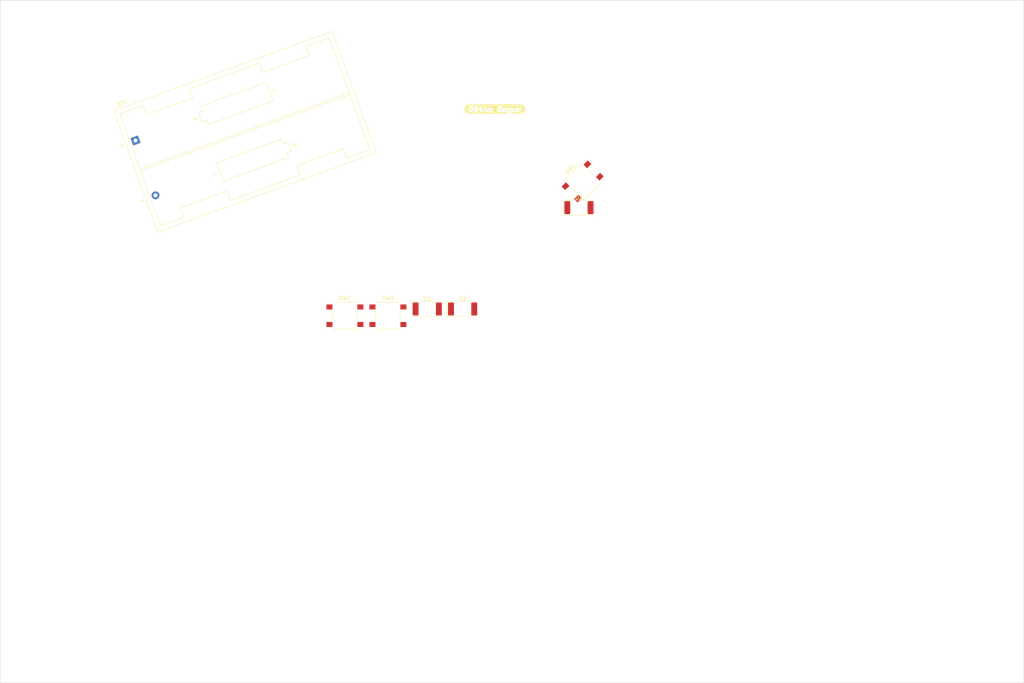
<source format=kicad_pcb>
(kicad_pcb (version 20211014) (generator pcbnew)
  (layers (0 "F.Cu" signal) (31 "B.Cu" signal) (34 "B.Paste" user) (35 "F.Paste" user) (36 "B.SilkS" user "B.Silkscreen") (37 "F.SilkS" user "F.Silkscreen") (38 "B.Mask" user) (39 "F.Mask" user) (44 "Edge.Cuts" user))
  (net 0 "")
  (net 1 "Net-(BT1-Pad1)")
  (net 2 "GNDPWR")
  (net 3 "Net-(D1-Pad2)")
  (net 4 "Net-(D2-Pad2)")
  (net 5 "Net-(D3-Pad2)")
  (footprint "Button_Switch_SMD:SW_SPST_B3S-1000" (layer "F.Cu") (at 103.76 95)
    (fp_text reference "SW2" (at 0 -4.5) (layer "F.SilkS"))
    (fp_text value "switch2")
    (fp_line (start 3.15 3.2) (end 3.15 3.45) (layer "F.SilkS") (width 0.12))
    (fp_line (start 3.15 -1.3) (end 3.15 1.3) (layer "F.SilkS") (width 0.12))
    (fp_line (start -3.15 -3.45) (end 3.15 -3.45) (layer "F.SilkS") (width 0.12))
    (fp_line (start -3.15 -3.2) (end -3.15 -3.45) (layer "F.SilkS") (width 0.12))
    (fp_line (start 3.15 3.45) (end -3.15 3.45) (layer "F.SilkS") (width 0.12))
    (fp_line (start -3.15 1.3) (end -3.15 -1.3) (layer "F.SilkS") (width 0.12))
    (fp_line (start 3.15 -3.45) (end 3.15 -3.2) (layer "F.SilkS") (width 0.12))
    (fp_line (start -3.15 3.45) (end -3.15 3.2) (layer "F.SilkS") (width 0.12))
    (pad "1" smd rect (at 3.975 -2.25) (size 1.55 1.3) (layers "F.Cu" "F.Paste" "F.Mask") (net 1 "Net-(BT1-Pad1)"))
    (pad "1" smd rect (at -3.975 -2.25) (size 1.55 1.3) (layers "F.Cu" "F.Paste" "F.Mask") (net 1 "Net-(BT1-Pad1)"))
    (pad "2" smd rect (at 3.975 2.25) (size 1.55 1.3) (layers "F.Cu" "F.Paste" "F.Mask") (net 4 "Net-(D2-Pad2)"))
    (pad "2" smd rect (at -3.975 2.25) (size 1.55 1.3) (layers "F.Cu" "F.Paste" "F.Mask") (net 4 "Net-(D2-Pad2)"))
  )
  (footprint "Button_Switch_SMD:SW_SPST_B3S-1000" (layer "F.Cu") (at 114.81 95)
    (fp_text reference "SW3" (at 0 -4.5) (layer "F.SilkS"))
    (fp_text value "switch3")
    (fp_line (start -3.15 -3.2) (end -3.15 -3.45) (layer "F.SilkS") (width 0.12))
    (fp_line (start 3.15 -3.45) (end 3.15 -3.2) (layer "F.SilkS") (width 0.12))
    (fp_line (start 3.15 -1.3) (end 3.15 1.3) (layer "F.SilkS") (width 0.12))
    (fp_line (start 3.15 3.2) (end 3.15 3.45) (layer "F.SilkS") (width 0.12))
    (fp_line (start -3.15 3.45) (end -3.15 3.2) (layer "F.SilkS") (width 0.12))
    (fp_line (start 3.15 3.45) (end -3.15 3.45) (layer "F.SilkS") (width 0.12))
    (fp_line (start -3.15 -3.45) (end 3.15 -3.45) (layer "F.SilkS") (width 0.12))
    (fp_line (start -3.15 1.3) (end -3.15 -1.3) (layer "F.SilkS") (width 0.12))
    (pad "1" smd rect (at 3.975 -2.25) (size 1.55 1.3) (layers "F.Cu" "F.Paste" "F.Mask") (net 1 "Net-(BT1-Pad1)"))
    (pad "1" smd rect (at -3.975 -2.25) (size 1.55 1.3) (layers "F.Cu" "F.Paste" "F.Mask") (net 1 "Net-(BT1-Pad1)"))
    (pad "2" smd rect (at 3.975 2.25) (size 1.55 1.3) (layers "F.Cu" "F.Paste" "F.Mask") (net 5 "Net-(D3-Pad2)"))
    (pad "2" smd rect (at -3.975 2.25) (size 1.55 1.3) (layers "F.Cu" "F.Paste" "F.Mask") (net 5 "Net-(D3-Pad2)"))
  )
  (footprint "LED_SMD:LED_2512_6332Metric_Pad1.52x3.35mm_HandSolder" (layer "F.Cu") (at 133.995 93.27)
    (fp_text reference "D1" (at 0 -2.62) (layer "F.SilkS"))
    (fp_text value "white led")
    (fp_line (start -4.01 -1.935) (end -4.01 1.935) (layer "F.SilkS") (width 0.12))
    (fp_line (start -4.01 1.935) (end 3.15 1.935) (layer "F.SilkS") (width 0.12))
    (fp_line (start 3.15 -1.935) (end -4.01 -1.935) (layer "F.SilkS") (width 0.12))
    (pad "1" smd roundrect (at -2.9875 0) (size 1.525 3.35) (layers "F.Cu" "F.Paste" "F.Mask") (roundrect_rratio 0.163934) (net 2 "GNDPWR"))
    (pad "2" smd roundrect (at 2.9875 0) (size 1.525 3.35) (layers "F.Cu" "F.Paste" "F.Mask") (roundrect_rratio 0.163934) (net 3 "Net-(D1-Pad2)"))
  )
  (footprint "Button_Switch_SMD:SW_SPST_B3S-1000" (layer "F.Cu") (at 164.82 60.52 45)
    (fp_text reference "SW1" (at 0 -4.5 45) (layer "F.SilkS"))
    (fp_text value "switch1")
    (fp_line (start -3.15 3.45) (end -3.15 3.2) (layer "F.SilkS") (width 0.12))
    (fp_line (start 3.15 -3.45) (end 3.15 -3.2) (layer "F.SilkS") (width 0.12))
    (fp_line (start -3.15 1.3) (end -3.15 -1.3) (layer "F.SilkS") (width 0.12))
    (fp_line (start -3.15 -3.2) (end -3.15 -3.45) (layer "F.SilkS") (width 0.12))
    (fp_line (start 3.15 3.2) (end 3.15 3.45) (layer "F.SilkS") (width 0.12))
    (fp_line (start 3.15 -1.3) (end 3.15 1.3) (layer "F.SilkS") (width 0.12))
    (fp_line (start -3.15 -3.45) (end 3.15 -3.45) (layer "F.SilkS") (width 0.12))
    (fp_line (start 3.15 3.45) (end -3.15 3.45) (layer "F.SilkS") (width 0.12))
    (pad "1" smd rect (at 3.975 -2.25 45) (size 1.55 1.3) (layers "F.Cu" "F.Paste" "F.Mask") (net 1 "Net-(BT1-Pad1)"))
    (pad "1" smd rect (at -3.975 -2.25 45) (size 1.55 1.3) (layers "F.Cu" "F.Paste" "F.Mask") (net 1 "Net-(BT1-Pad1)"))
    (pad "2" smd rect (at 3.975 2.25 45) (size 1.55 1.3) (layers "F.Cu" "F.Paste" "F.Mask") (net 3 "Net-(D1-Pad2)"))
    (pad "2" smd rect (at -3.975 2.25 45) (size 1.55 1.3) (layers "F.Cu" "F.Paste" "F.Mask") (net 3 "Net-(D1-Pad2)"))
  )
  (footprint "Graphics" (layer "F.Cu") (at 142.24 41.91)
    (fp_text reference "" (at 0 0) (layer "F.SilkS") (effects (font (size 1.27 1.27))))
    (fp_text value "" (at 0 0) (layer "F.SilkS") (effects (font (size 1.27 1.27))))
    (fp_poly (pts (xy 0.87614 -1.20498) (xy 1.28776 -1.20496) (xy 1.68064 -1.20492) (xy 2.0552 -1.20487) (xy 2.41185 -1.20481) (xy 2.75102 -1.20473) (xy 3.07313 -1.20464) (xy 3.37859 -1.20453) (xy 3.66782 -1.20441) (xy 3.94125 -1.20427) (xy 4.19929 -1.20411) (xy 4.44237 -1.20393) (xy 4.67089 -1.20373) (xy 4.88529 -1.20351) (xy 5.08598 -1.20327) (xy 5.27338 -1.203) (xy 5.44791 -1.20272) (xy 5.60998 -1.20241) (xy 5.76003 -1.20207) (xy 5.89846 -1.20171) (xy 6.0257 -1.20132) (xy 6.14217 -1.2009) (xy 6.24828 -1.20046) (xy 6.34446 -1.19998) (xy 6.43112 -1.19948) (xy 6.50869 -1.19894) (xy 6.57758 -1.19837) (xy 6.63822 -1.19777) (xy 6.69101 -1.19714) (xy 6.73639 -1.19647) (xy 6.77477 -1.19577) (xy 6.80657 -1.19503) (xy 6.8322 -1.19425) (xy 6.8521 -1.19344) (xy 6.86668 -1.19259) (xy 6.87635 -1.19169) (xy 6.88 -1.19113) (xy 7.02929 -1.15189) (xy 7.17088 -1.09544) (xy 7.30338 -1.02301) (xy 7.42537 -0.93583) (xy 7.53542 -0.8351) (xy 7.63214 -0.72206) (xy 7.7141 -0.59793) (xy 7.77989 -0.46392) (xy 7.80763 -0.3896) (xy 7.83486 -0.2993) (xy 7.85328 -0.21503) (xy 7.8641 -0.12914) (xy 7.86852 -0.03396) (xy 7.86877 0) (xy 7.85945 0.1581) (xy 7.83156 0.30881) (xy 7.78519 0.45191) (xy 7.72043 0.58717) (xy 7.63738 0.71438) (xy 7.53613 0.83332) (xy 7.49409 0.87518) (xy 7.38688 0.96684) (xy 7.27229 1.04361) (xy 7.14754 1.10698) (xy 7.00983 1.15843) (xy 6.90824 1.18714) (xy 6.90303 1.18826) (xy 6.89619 1.18933) (xy 6.88728 1.19035) (xy 6.87586 1.19132) (xy 6.86146 1.19225) (xy 6.84367 1.19314) (xy 6.82202 1.19398) (xy 6.79607 1.19478) (xy 6.76539 1.19554) (xy 6.72952 1.19626) (xy 6.68801 1.19694) (xy 6.64044 1.19758) (xy 6.58634 1.19819) (xy 6.52528 1.19877) (xy 6.45682 1.19931) (xy 6.38049 1.19982) (xy 6.29588 1.2003) (xy 6.20251 1.20074) (xy 6.09997 1.20117) (xy 5.98778 1.20156) (xy 5.86553 1.20193) (xy 5.73275 1.20227) (xy 5.58901 1.20259) (xy 5.43385 1.20289) (xy 5.26684 1.20316) (xy 5.08753 1.20342) (xy 4.89548 1.20365) (xy 4.69024 1.20387) (xy 4.47136 1.20408) (xy 4.23841 1.20427) (xy 3.99093 1.20444) (xy 3.72849 1.2046) (xy 3.45063 1.20475) (xy 3.15692 1.20489) (xy 2.8469 1.20502) (xy 2.52014 1.20514) (xy 2.17619 1.20526) (xy 1.8146 1.20537) (xy 1.43494 1.20548) (xy 1.03674 1.20558) (xy 0.61958 1.20568) (xy 0.18301 1.20578) (xy 0.04 1.20582) (xy -0.32819 1.20589) (xy -0.6915 1.20596) (xy -1.04939 1.20601) (xy -1.40137 1.20606) (xy -1.7469 1.20609) (xy -2.08548 1.20611) (xy -2.4166 1.20612) (xy -2.73972 1.20612) (xy -3.05435 1.20611) (xy -3.35995 1.20609) (xy -3.65602 1.20606) (xy -3.94205 1.20602) (xy -4.2175 1.20597) (xy -4.48188 1.20591) (xy -4.73466 1.20584) (xy -4.97532 1.20577) (xy -5.20336 1.20568) (xy -5.41825 1.20558) (xy -5.61948 1.20548) (xy -5.80653 1.20536) (xy -5.97889 1.20524) (xy -6.13603 1.20511) (xy -6.27746 1.20497) (xy -6.40264 1.20482) (xy -6.51107 1.20467) (xy -6.60222 1.20451) (xy -6.67559 1.20434) (xy -6.73065 1.20416) (xy -6.76689 1.20398) (xy -6.78379 1.20379) (xy -6.785 1.20373) (xy -6.8968 1.18481) (xy -6.99435 1.16185) (xy -7.08328 1.13314) (xy -7.1692 1.09698) (xy -7.21757 1.07313) (xy -7.35002 0.99371) (xy -7.46988 0.89925) (xy -7.57626 0.79093) (xy -7.66826 0.66993) (xy -7.745 0.53742) (xy -7.80558 0.3946) (xy -7.84271 0.265) (xy -6.66176 0.265) (xy -6.66037 0.34479) (xy -6.64636 0.42975) (xy -6.62138 0.51106) (xy -6.61092 0.53581) (xy -6.56753 0.60726) (xy -6.50822 0.66951) (xy -6.43573 0.72049) (xy -6.35282 0.75811) (xy -6.295 0.77433) (xy -6.23358 0.78497) (xy -6.175 0.78862) (xy -6.11122 0.78545) (xy -6.05884 0.77921) (xy -5.95752 0.75685) (xy -5.86407 0.71981) (xy -5.78151 0.66965) (xy -5.71285 0.60791) (xy -5.70193 0.59537) (xy -5.66557 0.54525) (xy -5.62829 0.48242) (xy -5.59373 0.41365) (xy -5.56552 0.34571) (xy -5.56061 0.33179) (xy -5.5571 0.32012) (xy -5.46628 0.32012) (xy -5.45613 0.4207) (xy -5.42952 0.51572) (xy -5.40935 0.56124) (xy -5.36896 0.62118) (xy -5.31297 0.67594) (xy -5.24564 0.72256) (xy -5.17126 0.75805) (xy -5.095 0.77932) (xy -5.03712 0.78509) (xy -4.96804 0.78526) (xy -4.89561 0.7803) (xy -4.82767 0.77074) (xy -4.77863 0.75915) (xy -4.67701 0.71797) (xy -4.58477 0.65964) (xy -4.5027 0.58506) (xy -4.43156 0.49512) (xy -4.37214 0.39074) (xy -4.32522 0.27281) (xy -4.30824 0.215) (xy -4.29831 0.17528) (xy -4.29116 0.14007) (xy -4.28634 0.10457) (xy -4.28335 0.064) (xy -4.28173 0.01355) (xy -4.281 -0.05156) (xy -4.28096 -0.06) (xy -4.28097 -0.06139) (xy -4.17917 -0.06139) (xy -4.17467 -0.04666) (xy -4.16308 -0.02483) (xy -4.14301 0.0073) (xy -4.1145 0.05075) (xy -4.08585 0.09279) (xy -4.05953 0.12902) (xy -4.03822 0.15596) (xy -4.02456 0.17009) (xy -4.02325 0.17094) (xy -4.0122 0.17513) (xy -3.99965 0.17465) (xy -3.98258 0.16803) (xy -3.95796 0.1538) (xy -3.9228 0.13049) (xy -3.88201 0.10221) (xy -3.84794 0.07929) (xy -3.82018 0.06234) (xy -3.80256 0.05359) (xy -3.7985 0.05317) (xy -3.79913 0.06407) (xy -3.80394 0.09155) (xy -3.81234 0.13278) (xy -3.82375 0.18493) (xy -3.83757 0.24515) (xy -3.84507 0.27685) (xy -3.86484 0.36213) (xy -3.87919 0.43102) (xy -3.88828 0.48635) (xy -3.89228 0.53094) (xy -3.89134 0.5676) (xy -3.88564 0.59915) (xy -3.87534 0.62842) (xy -3.8667 0.64667) (xy -3.82828 0.7011) (xy -3.77685 0.7431) (xy -3.71583 0.77158) (xy -3.64868 0.78547) (xy -3.57883 0.78369) (xy -3.50974 0.76516) (xy -3.50085 0.7614) (xy -3.47936 0.75) (xy -3.44543 0.72977) (xy -3.42755 0.71862) (xy -3.04663 0.71862) (xy -3.04553 0.72891) (xy -3.04301 0.73574) (xy -3.03935 0.74072) (xy -3.03929 0.74078) (xy -3.03071 0.74832) (xy -3.01862 0.75359) (xy -2.99967 0.75701) (xy -2.97049 0.75895) (xy -2.92771 0.75982) (xy -2.87467 0.76) (xy -2.81254 0.7595) (xy -2.76794 0.75787) (xy -2.73843 0.75489) (xy -2.72157 0.75037) (xy -2.71636 0.74663) (xy -2.7116 0.73386) (xy -2.70338 0.70397) (xy -2.69227 0.65944) (xy -2.67887 0.60275) (xy -2.66377 0.53636) (xy -2.64756 0.46274) (xy -2.63936 0.42464) (xy -2.62258 0.34737) (xy -2.6064 0.27523) (xy -2.59143 0.21087) (xy -2.57833 0.15694) (xy -2.56773 0.11609) (xy -2.56026 0.09097) (xy -2.55808 0.0855) (xy -2.5305 0.04352) (xy -2.4947 0.00631) (xy -2.463 -0.01589) (xy -2.42488 -0.02777) (xy -2.38184 -0.02932) (xy -2.34236 -0.0209) (xy -2.32212 -0.00988) (xy -2.30815 0.00285) (xy -2.29828 0.01755) (xy -2.29255 0.03667) (xy -2.29105 0.06266) (xy -2.29385 0.09798) (xy -2.30102 0.14509) (xy -2.31264 0.20645) (xy -2.32877 0.2845) (xy -2.33113 0.29566) (xy -2.34648 0.36871) (xy -2.35791 0.42521) (xy -2.36581 0.46814) (xy -2.37056 0.50049) (xy -2.37254 0.52523) (xy -2.37214 0.54534) (xy -2.36975 0.56382) (xy -2.36733 0.57626) (xy -2.34498 0.64428) (xy -2.30864 0.69882) (xy -2.25709 0.74127) (xy -2.19168 0.7721) (xy -2.12625 0.78544) (xy -2.05545 0.78207) (xy -1.98428 0.76235) (xy -1.96868 0.75568) (xy -1.92853 0.73526) (xy -1.88702 0.71109) (xy -1.86994 0.69996) (xy -1.82425 0.66852) (xy -1.83081 0.69466) (xy -1.83002 0.7241) (xy -1.81964 0.7404) (xy -1.81103 0.74807) (xy -1.79917 0.75345) (xy -1.78067 0.75693) (xy -1.75215 0.75891) (xy -1.71025 0.7598) (xy -1.65467 0.76) (xy -1.59254 0.7595) (xy -1.54794 0.75787) (xy -1.51843 0.75489) (xy -1.50157 0.75037) (xy -1.49636 0.74663) (xy -1.4916 0.73386) (xy -1.48338 0.70397) (xy -1.47227 0.65944) (xy -1.45887 0.60275) (xy -1.44377 0.53636) (xy -1.42756 0.46274) (xy -1.41936 0.42464) (xy -1.40258 0.34737) (xy -1.3864 0.27523) (xy -1.37143 0.21087) (xy -1.35833 0.15694) (xy -1.34773 0.11609) (xy -1.34026 0.09097) (xy -1.33808 0.0855) (xy -1.3105 0.04352) (xy -1.2747 0.00631) (xy -1.243 -0.01589) (xy -1.20488 -0.02777) (xy -1.16184 -0.02932) (xy -1.12236 -0.0209) (xy -1.10212 -0.00988) (xy -1.08815 0.00285) (xy -1.07828 0.01755) (xy -1.07255 0.03667) (xy -1.07105 0.06266) (xy -1.07385 0.09798) (xy -1.08102 0.14509) (xy -1.09264 0.20645) (xy -1.10877 0.2845) (xy -1.11113 0.29566) (xy -1.12648 0.36871) (xy -1.13791 0.42521) (xy -1.14581 0.46814) (xy -1.15056 0.50049) (xy -1.15254 0.52523) (xy -1.15214 0.54534) (xy -1.14975 0.56382) (xy -1.14733 0.57626) (xy -1.1365 0.61497) (xy -1.12191 0.65171) (xy -1.11397 0.66666) (xy -1.07436 0.71304) (xy -1.02108 0.75) (xy -0.95914 0.77529) (xy -0.89355 0.78669) (xy -0.84881 0.78528) (xy -0.8077 0.77605) (xy -0.76095 0.75903) (xy -0.71221 0.73638) (xy -0.66509 0.71023) (xy -0.62324 0.68274) (xy -0.5903 0.65604) (xy -0.56989 0.63229) (xy -0.565 0.6179) (xy -0.57043 0.6013) (xy -0.58491 0.57278) (xy -0.59371 0.55754) (xy 0.61449 0.55754) (xy 0.61451 0.60841) (xy 0.61578 0.6573) (xy 0.61829 0.69982) (xy 0.62203 0.73158) (xy 0.627 0.74818) (xy 0.6275 0.74878) (xy 0.64155 0.75289) (xy 0.67272 0.75598) (xy 0.71816 0.75809) (xy 0.77501 0.75928) (xy 0.84043 0.7596) (xy 0.91157 0.75911) (xy 0.98556 0.75784) (xy 1.05958 0.75587) (xy 1.13075 0.75322) (xy 1.19623 0.74997) (xy 1.25317 0.74615) (xy 1.29872 0.74183) (xy 1.33002 0.73704) (xy 1.33447 0.736) (xy 1.43633 0.70034) (xy 1.52535 0.64939) (xy 1.60161 0.58308) (xy 1.66518 0.50133) (xy 1.71612 0.40409) (xy 1.73581 0.35275) (xy 1.74072 0.33601) (xy 1.84085 0.33601) (xy 1.84862 0.42011) (xy 1.86902 0.49762) (xy 1.8897 0.54747) (xy 1.93729 0.62672) (xy 1.99716 0.69134) (xy 2.06732 0.74035) (xy 2.14581 0.77274) (xy 2.23064 0.78751) (xy 2.31983 0.78365) (xy 2.34701 0.77875) (xy 2.42571 0.75445) (xy 2.492 0.71823) (xy 2.52171 0.69404) (xy 2.5566 0.66113) (xy 2.5874 0.69621) (xy 2.64039 0.74232) (xy 2.70361 0.77144) (xy 2.77748 0.78374) (xy 2.795 0.78421) (xy 2.83997 0.78292) (xy 2.87504 0.77715) (xy 2.91017 0.76473) (xy 2.935 0.75336) (xy 2.98571 0.7266) (xy 3.03286 0.69723) (xy 3.07332 0.66769) (xy 3.10392 0.64039) (xy 3.12152 0.61778) (xy 3.12452 0.60739) (xy 3.11886 0.59087) (xy 3.10377 0.56205) (xy 3.0815 0.52489) (xy 3.05429 0.48332) (xy 3.05202 0.48) (xy 3.01608 0.4297) (xy 2.98767 0.39549) (xy 2.96479 0.3759) (xy 2.95963 0.37417) (xy 3.0969 0.37417) (xy 3.09985 0.43479) (xy 3.10659 0.48336) (xy 3.10962 0.49561) (xy 3.14359 0.58367) (xy 3.19011 0.65623) (xy 3.24905 0.71315) (xy 3.32025 0.75432) (xy 3.4036 0.77962) (xy 3.44169 0.78542) (xy 3.52583 0.7866) (xy 3.61304 0.77312) (xy 3.69478 0.7465) (xy 3.71702 0.73615) (xy 3.78403 0.70233) (xy 3.77787 0.73367) (xy 3.77115 0.76507) (xy 3.76514 0.79) (xy 3.75857 0.815) (xy 3.48511 0.81766) (xy 3.3888 0.81902) (xy 3.31191 0.82102) (xy 3.25459 0.82366) (xy 3.21697 0.82693) (xy 3.19919 0.83082) (xy 3.19833 0.83139) (xy 3.19294 0.84562) (xy 3.18883 0.8754) (xy 3.186 0.9163) (xy 3.18447 0.96392) (xy 3.18427 1.01383) (xy 3.18541 1.06161) (xy 3.18791 1.10286) (xy 3.19179 1.13315) (xy 3.197 1.148) (xy 3.21021 1.15141) (xy 3.24059 1.1543) (xy 3.28534 1.15665) (xy 3.34162 1.15846) (xy 3.40664 1.15974) (xy 3.47757 1.16049) (xy 3.55159 1.1607) (xy 3.62589 1.16038) (xy 3.69765 1.15953) (xy 3.76405 1.15813) (xy 3.82229 1.1562) (xy 3.86954 1.15374) (xy 3.90298 1.15073) (xy 3.91736 1.14811) (xy 3.95803 1.12867) (xy 4.00012 1.09687) (xy 4.03751 1.05839) (xy 4.06405 1.01894) (xy 4.06918 1.00722) (xy 4.07372 0.99086) (xy 4.08182 0.9572) (xy 4.09306 0.90827) (xy 4.10701 0.84612) (xy 4.12322 0.77278) (xy 4.14127 0.6903) (xy 4.16072 0.60071) (xy 4.18113 0.50606) (xy 4.1953 0.44) (xy 4.32144 0.44) (xy 4.32183 0.48845) (xy 4.32468 0.52365) (xy 4.33108 0.55233) (xy 4.34215 0.58119) (xy 4.34635 0.59046) (xy 4.36627 0.62794) (xy 4.38946 0.66387) (xy 4.40282 0.68099) (xy 4.44262 0.71637) (xy 4.4941 0.74832) (xy 4.54901 0.77215) (xy 4.57723 0.78) (xy 4.63649 0.78613) (xy 4.7039 0.78298) (xy 4.77035 0.77136) (xy 4.80845 0.75972) (xy 4.86303 0.73214) (xy 4.91203 0.6946) (xy 4.91267 0.69399) (xy 4.93638 0.67178) (xy 4.95335 0.65686) (xy 4.95963 0.65256) (xy 4.989 0.69393) (xy 5.03297 0.73172) (xy 5.08616 0.76235) (xy 5.14319 0.78226) (xy 5.16095 0.78572) (xy 5.20874 0.78681) (xy 5.26427 0.77856) (xy 5.31864 0.76272) (xy 5.34989 0.74878) (xy 5.38729 0.72645) (xy 5.4253 0.69997) (xy 5.4596 0.67281) (xy 5.48587 0.6484) (xy 5.49981 0.63019) (xy 5.50052 0.62836) (xy 5.49952 0.61319) (xy 5.48882 0.58839) (xy 5.46738 0.55194) (xy 5.4384 0.50803) (xy 5.39909 0.45256) (xy 5.36782 0.41385) (xy 5.34355 0.39085) (xy 5.32521 0.38249) (xy 5.31544 0.38473) (xy 5.30586 0.38575) (xy 5.30502 0.38309) (xy 5.30709 0.3717) (xy 5.31295 0.34315) (xy 5.32209 0.29978) (xy 5.33402 0.24397) (xy 5.34823 0.17807) (xy 5.36421 0.10444) (xy 5.375 0.055) (xy 5.39191 -0.02297) (xy 5.40735 -0.09532) (xy 5.41304 -0.12248) (xy 5.53548 -0.12248) (xy 5.53548 -0.12213) (xy 5.54171 -0.1037) (xy 5.55805 -0.07458) (xy 5.58161 -0.03866) (xy 5.60948 0.00021) (xy 5.63878 0.03815) (xy 5.6666 0.07129) (xy 5.69006 0.09576) (xy 5.70625 0.1077) (xy 5.70784 0.10816) (xy 5.72548 0.10448) (xy 5.75127 0.09137) (xy 5.76711 0.08076) (xy 5.79204 0.06331) (xy 5.81026 0.05217) (xy 5.81569 0.05) (xy 5.81711 0.05387) (xy 5.81616 0.06663) (xy 5.81251 0.08997) (xy 5.80584 0.12558) (xy 5.79584 0.17518) (xy 5.78217 0.24044) (xy 5.76451 0.32309) (xy 5.75926 0.3475) (xy 5.74364 0.42) (xy 5.66003 0.42) (xy 5.61816 0.42036) (xy 5.58792 0.4233) (xy 5.56743 0.43162) (xy 5.55478 0.44813) (xy 5.54809 0.47562) (xy 5.54546 0.5169) (xy 5.545 0.57476) (xy 5.545 0.59) (xy 5.54541 0.64793) (xy 5.54684 0.68909) (xy 5.54963 0.71671) (xy 5.55411 0.73399) (xy 5.5606 0.74417) (xy 5.56071 0.74429) (xy 5.56695 0.74847) (xy 5.57772 0.75185) (xy 5.59499 0.75452) (xy 5.6207 0.75655) (xy 5.65682 0.75802) (xy 5.7053 0.75902) (xy 5.76809 0.75963) (xy 5.84714 0.75993) (xy 5.935 0.76) (xy 6.03058 0.75991) (xy 6.10811 0.75959) (xy 6.16955 0.75895) (xy 6.21685 0.75791) (xy 6.25197 0.75639) (xy 6.27686 0.75431) (xy 6.29347 0.75158) (xy 6.30376 0.74813) (xy 6.30929 0.74429) (xy 6.31581 0.73419) (xy 6.32031 0.71703) (xy 6.32313 0.68959) (xy 6.32458 0.64864) (xy 6.325 0.59098) (xy 6.325 0.59) (xy 6.32483 0.5281) (xy 6.32291 0.4834) (xy 6.31712 0.4531) (xy 6.30531 0.43441) (xy 6.28538 0.42453) (xy 6.25518 0.42065) (xy 6.2126 0.41999) (xy 6.19574 0.42) (xy 6.09791 0.42) (xy 6.13129 0.2675) (xy 6.14828 0.19219) (xy 6.16281 0.13382) (xy 6.17589 0.08963) (xy 6.18852 0.05685) (xy 6.20172 0.03274) (xy 6.21646 0.01453) (xy 6.22649 0.00528) (xy 6.25431 -0.0124) (xy 6.28718 -0.01944) (xy 6.30454 -0.02) (xy 6.33881 -0.01753) (xy 6.36091 -0.00791) (xy 6.37313 0.01215) (xy 6.37775 0.04596) (xy 6.3775 0.08539) (xy 6.37661 0.12075) (xy 6.37848 0.14647) (xy 6.38577 0.16386) (xy 6.4011 0.17419) (xy 6.42713 0.17876) (xy 6.46648 0.17887) (xy 6.52179 0.1758) (xy 6.55735 0.1734) (xy 6.6209 0.16881) (xy 6.66752 0.16362) (xy 6.70021 0.15587) (xy 6.72199 0.14358) (xy 6.73586 0.12478) (xy 6.74485 0.09749) (xy 6.75196 0.05974) (xy 6.75448 0.04425) (xy 6.76149 -0.0461) (xy 6.75253 -0.12776) (xy 6.72817 -0.19939) (xy 6.68899 -0.25965) (xy 6.63557 -0.30718) (xy 6.59242 -0.3311) (xy 6.5588 -0.34395) (xy 6.52461 -0.35118) (xy 6.48218 -0.35408) (xy 6.455 -0.35432) (xy 6.37246 -0.34756) (xy 6.30282 -0.32726) (xy 6.24343 -0.29249) (xy 6.21799 -0.27057) (xy 6.17684 -0.23102) (xy 6.12833 -0.27953) (xy 6.07132 -0.32304) (xy 6.00579 -0.3496) (xy 5.93442 -0.35885) (xy 5.85989 -0.3504) (xy 5.79121 -0.32684) (xy 5.76111 -0.31057) (xy 5.72085 -0.28539) (xy 5.67591 -0.25485) (xy 5.63563 -0.22547) (xy 5.59277 -0.19239) (xy 5.56384 -0.16814) (xy 5.54631 -0.15013) (xy 5.5377 -0.13577) (xy 5.53548 -0.12248) (xy 5.41304 -0.12248) (xy 5.42081 -0.15957) (xy 5.43178 -0.21324) (xy 5.43975 -0.25386) (xy 5.4442 -0.27893) (xy 5.44498 -0.2855) (xy 5.44329 -0.30175) (xy 5.43637 -0.31353) (xy 5.42149 -0.32152) (xy 5.39593 -0.32645) (xy 5.35696 -0.32902) (xy 5.30185 -0.32994) (xy 5.27371 -0.33) (xy 5.2121 -0.32953) (xy 5.16775 -0.32797) (xy 5.13793 -0.32508) (xy 5.11992 -0.32062) (xy 5.11237 -0.31594) (xy 5.10552 -0.30165) (xy 5.09587 -0.27147) (xy 5.08446 -0.22915) (xy 5.07233 -0.17842) (xy 5.06577 -0.14844) (xy 5.04265 -0.03989) (xy 5.02307 0.05093) (xy 5.00655 0.12587) (xy 4.99264 0.18681) (xy 4.98086 0.2356) (xy 4.97075 0.27411) (xy 4.96184 0.3042) (xy 4.95367 0.32773) (xy 4.94577 0.34656) (xy 4.9382 0.3616) (xy 4.90987 0.40641) (xy 4.88034 0.43477) (xy 4.8445 0.44989) (xy 4.79725 0.45492) (xy 4.78838 0.455) (xy 4.7514 0.45402) (xy 4.72832 0.44994) (xy 4.7131 0.44107) (xy 4.70412 0.43139) (xy 4.69551 0.41812) (xy 4.68976 0.40156) (xy 4.68707 0.37972) (xy 4.68768 0.3506) (xy 4.69179 0.3122) (xy 4.69964 0.26254) (xy 4.71144 0.19961) (xy 4.72741 0.12141) (xy 4.74778 0.02596) (xy 4.7501 0.01524) (xy 4.76622 -0.05945) (xy 4.78089 -0.12781) (xy 4.79358 -0.18739) (xy 4.80377 -0.23576) (xy 4.81097 -0.27047) (xy 4.81463 -0.2891) (xy 4.815 -0.29154) (xy 4.80871 -0.30345) (xy 4.79929 -0.31429) (xy 4.78294 -0.3208) (xy 4.75138 -0.32578) (xy 4.70903 -0.32922) (xy 4.6603 -0.33109) (xy 4.60962 -0.33135) (xy 4.5614 -0.32999) (xy 4.52007 -0.32697) (xy 4.49004 -0.32227) (xy 4.47601 -0.31622) (xy 4.47118 -0.30342) (xy 4.46275 -0.27347) (xy 4.45131 -0.22878) (xy 4.43745 -0.17175) (xy 4.42176 -0.10479) (xy 4.40483 -0.03031) (xy 4.39338 0.02128) (xy 4.37292 0.11518) (xy 4.35663 0.1922) (xy 4.34405 0.25495) (xy 4.33475 0.30601) (xy 4.32829 0.34799) (xy 4.3242 0.38346) (xy 4.32206 0.41503) (xy 4.32144 0.44) (xy 4.1953 0.44) (xy 4.20207 0.40837) (xy 4.22311 0.3097) (xy 4.2438 0.21208) (xy 4.26373 0.11755) (xy 4.28244 0.02814) (xy 4.29951 -0.05409) (xy 4.3145 -0.12712) (xy 4.32698 -0.1889) (xy 4.33651 -0.2374) (xy 4.34266 -0.27057) (xy 4.34499 -0.28637) (xy 4.345 -0.28675) (xy 4.34321 -0.30257) (xy 4.33601 -0.31402) (xy 4.3207 -0.3218) (xy 4.29455 -0.32659) (xy 4.25485 -0.32908) (xy 4.19888 -0.32995) (xy 4.17371 -0.33) (xy 4.10924 -0.32939) (xy 4.06213 -0.32709) (xy 4.02977 -0.32238) (xy 4.00957 -0.31454) (xy 3.9989 -0.30286) (xy 3.99516 -0.28662) (xy 3.995 -0.28095) (xy 3.99222 -0.26253) (xy 3.98245 -0.25971) (xy 3.96352 -0.27258) (xy 3.95215 -0.28286) (xy 3.90496 -0.31805) (xy 3.84917 -0.34146) (xy 3.78085 -0.35449) (xy 3.74546 -0.35733) (xy 3.63738 -0.35509) (xy 3.53886 -0.33574) (xy 3.44801 -0.29855) (xy 3.36296 -0.24279) (xy 3.29938 -0.18589) (xy 3.22336 -0.09597) (xy 3.16456 0.00407) (xy 3.12278 0.11458) (xy 3.11986 0.125) (xy 3.10922 0.17691) (xy 3.10174 0.23953) (xy 3.09758 0.30719) (xy 3.0969 0.37417) (xy 2.95963 0.37417) (xy 2.94547 0.36941) (xy 2.92771 0.37455) (xy 2.91945 0.38046) (xy 2.90758 0.38824) (xy 2.905 0.38765) (xy 2.90701 0.37708) (xy 2.9127 0.34925) (xy 2.92161 0.30646) (xy 2.93324 0.25102) (xy 2.94712 0.18523) (xy 2.96276 0.11139) (xy 2.97496 0.05393) (xy 2.99162 -0.0247) (xy 3.00685 -0.09729) (xy 3.02019 -0.16147) (xy 3.03114 -0.21487) (xy 3.03921 -0.25514) (xy 3.04392 -0.27991) (xy 3.04496 -0.28679) (xy 3.03851 -0.30279) (xy 3.02929 -0.31429) (xy 3.01958 -0.3206) (xy 3.00309 -0.32503) (xy 2.97672 -0.32787) (xy 2.93735 -0.32942) (xy 2.88187 -0.32998) (xy 2.86551 -0.33) (xy 2.80528 -0.32978) (xy 2.76194 -0.32848) (xy 2.73237 -0.32512) (xy 2.71348 -0.31872) (xy 2.70215 -0.3083) (xy 2.69527 -0.29289) (xy 2.69056 -0.27501) (xy 2.6845 -0.25571) (xy 2.6779 -0.25365) (xy 2.67169 -0.26042) (xy 2.6329 -0.29704) (xy 2.57949 -0.32693) (xy 2.51623 -0.34818) (xy 2.4479 -0.35891) (xy 2.42068 -0.35983) (xy 2.31636 -0.35026) (xy 2.21969 -0.32288) (xy 2.13167 -0.27874) (xy 2.05332 -0.21891) (xy 1.98565 -0.14442) (xy 1.92968 -0.05635) (xy 1.88642 0.04426) (xy 1.85688 0.15635) (xy 1.84498 0.24031) (xy 1.84085 0.33601) (xy 1.74072 0.33601) (xy 1.74325 0.32734) (xy 1.7539 0.28564) (xy 1.76699 0.23095) (xy 1.78173 0.1666) (xy 1.79737 0.0959) (xy 1.81146 0.03) (xy 1.83241 -0.07253) (xy 1.84835 -0.15822) (xy 1.85947 -0.22953) (xy 1.86593 -0.28894) (xy 1.86791 -0.33892) (xy 1.86559 -0.38194) (xy 1.85915 -0.42047) (xy 1.84877 -0.45698) (xy 1.84677 -0.46275) (xy 1.80851 -0.54182) (xy 1.75409 -0.60961) (xy 1.68447 -0.66519) (xy 1.6006 -0.70763) (xy 1.59 -0.71167) (xy 1.57281 -0.71764) (xy 1.55553 -0.72248) (xy 1.5358 -0.72632) (xy 1.51129 -0.72933) (xy 1.47963 -0.73165) (xy 1.43847 -0.73344) (xy 1.38548 -0.73484) (xy 1.31828 -0.73602) (xy 1.23453 -0.73713) (xy 1.189 -0.73766) (xy 1.09658 -0.73865) (xy 1.02212 -0.73921) (xy 0.96355 -0.73927) (xy 0.91885 -0.73876) (xy 0.88596 -0.73761) (xy 0.86283 -0.73575) (xy 0.84743 -0.7331) (xy 0.8377 -0.7296) (xy 0.8316 -0.72517) (xy 0.8315 -0.72507) (xy 0.82491 -0.71555) (xy 0.82029 -0.70023) (xy 0.81732 -0.67587) (xy 0.81568 -0.63926) (xy 0.81505 -0.58717) (xy 0.815 -0.56129) (xy 0.81574 -0.49387) (xy 0.81801 -0.44544) (xy 0.82188 -0.41501) (xy 0.827 -0.402) (xy 0.84355 -0.39491) (xy 0.87186 -0.3906) (xy 0.88767 -0.39) (xy 0.9167 -0.38901) (xy 0.93002 -0.3849) (xy 0.93191 -0.37595) (xy 0.93101 -0.3725) (xy 0.92773 -0.35881) (xy 0.92085 -0.32797) (xy 0.9109 -0.2824) (xy 0.8984 -0.2245) (xy 0.88387 -0.15671) (xy 0.86785 -0.08144) (xy 0.85588 -0.025) (xy 0.83873 0.05606) (xy 0.82242 0.13307) (xy 0.80754 0.20329) (xy 0.79466 0.26395) (xy 0.78438 0.31229) (xy 0.77729 0.34556) (xy 0.77472 0.3575) (xy 0.76334 0.41) (xy 0.70117 0.41) (xy 0.66542 0.41187) (xy 0.63816 0.41677) (xy 0.627 0.422) (xy 0.62197 0.43692) (xy 0.61821 0.46741) (xy 0.61572 0.50908) (xy 0.61449 0.55754) (xy -0.59371 0.55754) (xy -0.60578 0.5366) (xy -0.63035 0.49704) (xy -0.65593 0.45836) (xy -0.67983 0.42482) (xy -0.69939 0.4007) (xy -0.70539 0.39465) (xy -0.733 0.382) (xy -0.74965 0.38238) (xy -0.76847 0.38494) (xy -0.775 0.38408) (xy -0.77291 0.37375) (xy -0.76717 0.34742) (xy -0.75854 0.30862) (xy -0.74781 0.26084) (xy -0.74264 0.23797) (xy -0.72818 0.17043) (xy -0.71859 0.11509) (xy -0.71299 0.065) (xy -0.7105 0.01319) (xy -0.71014 -0.02) (xy -0.71047 -0.07125) (xy -0.71217 -0.10791) (xy -0.71613 -0.1354) (xy -0.72323 -0.15913) (xy -0.73435 -0.1845) (xy -0.73818 -0.19239) (xy -0.77969 -0.25614) (xy -0.83405 -0.30459) (xy -0.90122 -0.33769) (xy -0.98113 -0.35541) (xy -0.99986 -0.3572) (xy -1.0886 -0.354) (xy -1.17558 -0.33121) (xy -1.23402 -0.30406) (xy -1.25923 -0.29068) (xy -1.27563 -0.28307) (xy -1.27902 -0.28235) (xy -1.28578 -0.29865) (xy -1.29422 -0.31021) (xy -1.30763 -0.31792) (xy -1.32929 -0.32266) (xy -1.36249 -0.32534) (xy -1.41052 -0.32683) (xy -1.44607 -0.32749) (xy -1.49856 -0.3278) (xy -1.54447 -0.32692) (xy -1.57981 -0.32503) (xy -1.6006 -0.32229) (xy -1.60376 -0.32112) (xy -1.60934 -0.30906) (xy -1.61844 -0.27835) (xy -1.63085 -0.22995) (xy -1.64632 -0.16486) (xy -1.66462 -0.08407) (xy -1.68552 0.01146) (xy -1.70681 0.11137) (xy -1.72573 0.20095) (xy -1.74351 0.28473) (xy -1.75969 0.36064) (xy -1.77383 0.42657) (xy -1.78548 0.48047) (xy -1.7942 0.52024) (xy -1.79953 0.54379) (xy -1.80094 0.54933) (xy -1.80829 0.54866) (xy -1.82425 0.53205) (xy -1.84752 0.50096) (xy -1.85894 0.48426) (xy -1.88991 0.43915) (xy -1.91325 0.40875) (xy -1.93161 0.39063) (xy -1.94765 0.38237) (xy -1.96402 0.38151) (xy -1.96994 0.38244) (xy -1.98863 0.38495) (xy -1.995 0.38408) (xy -1.99291 0.37375) (xy -1.98717 0.34742) (xy -1.97854 0.30862) (xy -1.96781 0.26084) (xy -1.96264 0.23797) (xy -1.94818 0.17043) (xy -1.93859 0.11509) (xy -1.93299 0.065) (xy -1.9305 0.01319) (xy -1.93014 -0.02) (xy -1.93047 -0.07125) (xy -1.93217 -0.10791) (xy -1.93613 -0.1354) (xy -1.94323 -0.15913) (xy -1.95435 -0.1845) (xy -1.95818 -0.19239) (xy -1.99969 -0.25614) (xy -2.05405 -0.30459) (xy -2.12122 -0.33769) (xy -2.20113 -0.35541) (xy -2.21986 -0.3572) (xy -2.3086 -0.354) (xy -2.39558 -0.33121) (xy -2.45402 -0.30406) (xy -2.47923 -0.29068) (xy -2.49563 -0.28307) (xy -2.49902 -0.28235) (xy -2.50578 -0.29865) (xy -2.51422 -0.31021) (xy -2.52763 -0.31792) (xy -2.54929 -0.32266) (xy -2.58249 -0.32534) (xy -2.63052 -0.32683) (xy -2.66607 -0.32749) (xy -2.71856 -0.32779) (xy -2.76448 -0.32692) (xy -2.79984 -0.32502) (xy -2.82064 -0.32227) (xy -2.8238 -0.3211) (xy -2.82913 -0.3092) (xy -2.83811 -0.27844) (xy -2.85056 -0.22961) (xy -2.86631 -0.16347) (xy -2.88516 -0.08081) (xy -2.90693 0.01761) (xy -2.93145 0.131) (xy -2.94714 0.20468) (xy -2.97125 0.31855) (xy -2.99144 0.41447) (xy -3.008 0.49406) (xy -3.02121 0.55892) (xy -3.03135 0.61066) (xy -3.03868 0.65089) (xy -3.04348 0.68122) (xy -3.04604 0.70326) (xy -3.04663 0.71862) (xy -3.42755 0.71862) (xy -3.40249 0.70298) (xy -3.354 0.6719) (xy -3.3034 0.63881) (xy -3.25414 0.60595) (xy -3.20967 0.57561) (xy -3.17343 0.55005) (xy -3.14888 0.53153) (xy -3.14167 0.52524) (xy -3.12825 0.50365) (xy -3.125 0.48857) (xy -3.13075 0.47153) (xy -3.14617 0.44304) (xy -3.16847 0.40709) (xy -3.1949 0.36767) (xy -3.22267 0.32874) (xy -3.24902 0.2943) (xy -3.27119 0.26833) (xy -3.28639 0.2548) (xy -3.28824 0.25397) (xy -3.3033 0.25518) (xy -3.32831 0.26627) (xy -3.36514 0.28822) (xy -3.41169 0.31929) (xy -3.45476 0.34852) (xy -3.48394 0.36707) (xy -3.50147 0.37605) (xy -3.50961 0.37655) (xy -3.51061 0.36971) (xy -3.51024 0.3679) (xy -3.50628 0.3513) (xy -3.49845 0.31869) (xy -3.48757 0.27351) (xy -3.47447 0.2192) (xy -3.45997 0.15919) (xy -3.45896 0.155) (xy -3.43842 0.06625) (xy -3.42398 -0.0062) (xy -3.41545 -0.06507) (xy -3.41266 -0.11306) (xy -3.41542 -0.15287) (xy -3.42356 -0.1872) (xy -3.43441 -0.21378) (xy -3.47211 -0.26991) (xy -3.52298 -0.31336) (xy -3.58384 -0.34294) (xy -3.65149 -0.35747) (xy -3.72277 -0.35579) (xy -3.78097 -0.34173) (xy -3.80562 -0.33044) (xy -3.84204 -0.31025) (xy -3.88701 -0.28327) (xy -3.93734 -0.25162) (xy -3.98981 -0.21743) (xy -4.04123 -0.18283) (xy -4.08839 -0.14992) (xy -4.12808 -0.12084) (xy -4.15711 -0.09771) (xy -4.17227 -0.08264) (xy -4.17248 -0.08234) (xy -4.17798 -0.07222) (xy -4.17917 -0.06139) (xy -4.28097 -0.06139) (xy -4.28105 -0.13103) (xy -4.28236 -0.18604) (xy -4.28516 -0.22896) (xy -4.28973 -0.26375) (xy -4.29635 -0.29435) (xy -4.29786 -0.3) (xy -4.33488 -0.40548) (xy -4.38443 -0.49936) (xy -4.43456 -0.56545) (xy -3.71413 -0.56545) (xy -3.70779 -0.51118) (xy -3.69635 -0.47491) (xy -3.67041 -0.43453) (xy -3.63242 -0.39521) (xy -3.5895 -0.36379) (xy -3.57078 -0.35418) (xy -3.53257 -0.3443) (xy -3.48428 -0.34091) (xy -3.4347 -0.34397) (xy -3.39264 -0.3534) (xy -3.38718 -0.35551) (xy -3.33037 -0.38924) (xy -3.28655 -0.43565) (xy -3.25692 -0.49127) (xy -3.24267 -0.55261) (xy -3.245 -0.61619) (xy -3.26511 -0.67854) (xy -3.27158 -0.69093) (xy -3.30998 -0.74154) (xy -3.36002 -0.78084) (xy -3.41726 -0.80662) (xy -3.47725 -0.81665) (xy -3.51648 -0.81351) (xy -3.57689 -0.79284) (xy -3.63163 -0.75698) (xy -3.67569 -0.70991) (xy -3.69949 -0.66782) (xy -3.71142 -0.62079) (xy -3.71413 -0.56545) (xy -4.43456 -0.56545) (xy -4.4451 -0.57935) (xy -4.50385 -0.63432) (xy -4.5318 -0.6579) (xy -4.54612 -0.67528) (xy -4.55 -0.69104) (xy -4.54912 -0.69932) (xy -4.54833 -0.72293) (xy -4.55223 -0.73625) (xy -4.56608 -0.74736) (xy -4.59361 -0.76357) (xy -4.62994 -0.78256) (xy -4.67019 -0.80199) (xy -4.70948 -0.81952) (xy -4.74292 -0.83284) (xy -4.76563 -0.8396) (xy -4.76954 -0.84) (xy -4.79301 -0.83237) (xy -4.81 -0.81) (xy -4.82001 -0.79348) (xy -4.83195 -0.78445) (xy -4.85066 -0.7819) (xy -4.88094 -0.78485) (xy -4.91 -0.78939) (xy -4.94199 -0.79368) (xy -4.96614 -0.79282) (xy -4.98507 -0.78431) (xy -5.00144 -0.76566) (xy -5.01786 -0.73437) (xy -5.03698 -0.68795) (xy -5.04831 -0.65845) (xy -5.07123 -0.59672) (xy -5.08615 -0.5508) (xy -5.09286 -0.51803) (xy -5.09115 -0.4958) (xy -5.08078 -0.48147) (xy -5.06154 -0.47241) (xy -5.03321 -0.46598) (xy -5.03222 -0.4658) (xy -5.00957 -0.45956) (xy -4.99949 -0.45236) (xy -4.99975 -0.4504) (xy -5.00096 -0.43123) (xy -4.98385 -0.40968) (xy -4.94972 -0.38734) (xy -4.94626 -0.38554) (xy -4.9 -0.36196) (xy -4.94 -0.35515) (xy -5.0421 -0.32853) (xy -5.13611 -0.28444) (xy -5.22333 -0.22216) (xy -5.2882 -0.15972) (xy -5.35263 -0.07697) (xy -5.40316 0.01543) (xy -5.43929 0.11444) (xy -5.4605 0.21702) (xy -5.46628 0.32012) (xy -5.5571 0.32012) (xy -5.54918 0.29375) (xy -5.53534 0.24069) (xy -5.51992 0.17656) (xy -5.50375 0.1053) (xy -5.48767 0.03085) (xy -5.47252 -0.04286) (xy -5.45913 -0.11188) (xy -5.44834 -0.17229) (xy -5.44099 -0.22013) (xy -5.43825 -0.245) (xy -5.43998 -0.33718) (xy -5.45769 -0.42788) (xy -5.48993 -0.51298) (xy -5.53521 -0.58838) (xy -5.57981 -0.63894) (xy -5.65427 -0.69581) (xy -5.73962 -0.73626) (xy -5.83494 -0.76004) (xy -5.93933 -0.76689) (xy -6.01002 -0.76231) (xy -6.12134 -0.74205) (xy -6.21994 -0.70724) (xy -6.30647 -0.65731) (xy -6.3816 -0.59167) (xy -6.44598 -0.50977) (xy -6.50029 -0.41102) (xy -6.5435 -0.3) (xy -6.55446 -0.26234) (xy -6.56781 -0.20993) (xy -6.58272 -0.14667) (xy -6.59838 -0.07648) (xy -6.61396 -0.00327) (xy -6.62865 0.06905) (xy -6.64163 0.13655) (xy -6.65207 0.19533) (xy -6.65916 0.24147) (xy -6.66176 0.265) (xy -7.84271 0.265) (xy -7.84911 0.24263) (xy -7.85078 0.235) (xy -7.86008 0.17532) (xy -7.866 0.10199) (xy -7.86855 0.02107) (xy -7.86772 -0.0614) (xy -7.86351 -0.13936) (xy -7.85593 -0.20673) (xy -7.85078 -0.235) (xy -7.80797 -0.38774) (xy -7.74817 -0.5309) (xy -7.67241 -0.66347) (xy -7.58172 -0.78439) (xy -7.53152 -0.83634) (xy -6.035 -0.83634) (xy -6.03188 -0.81836) (xy -6.02076 -0.80555) (xy -5.99898 -0.79712) (xy -5.96391 -0.79228) (xy -5.9129 -0.79022) (xy -5.87997 -0.79) (xy -5.75637 -0.79) (xy -5.63582 -0.9275) (xy -5.59153 -0.97856) (xy -5.5592 -1.0174) (xy -5.53709 -1.04641) (xy -5.52352 -1.06798) (xy -5.51678 -1.08451) (xy -5.51514 -1.09679) (xy -5.51647 -1.11937) (xy -5.52248 -1.13586) (xy -5.53586 -1.1472) (xy -5.55928 -1.15433) (xy -5.59542 -1.15821) (xy -5.64698 -1.15977) (xy -5.69416 -1.16) (xy -5.75271 -1.15972) (xy -5.79452 -1.15866) (xy -5.82285 -1.15647) (xy -5.84098 -1.15279) (xy -5.85217 -1.14727) (xy -5.85729 -1.1425) (xy -5.86988 -1.1253) (xy -5.88907 -1.09566) (xy -5.91278 -1.05714) (xy -5.93896 -1.01329) (xy -5.96553 -0.96766) (xy -5.99044 -0.92381) (xy -6.01163 -0.88529) (xy -6.02703 -0.85566) (xy -6.03458 -0.83847) (xy -6.035 -0.83634) (xy -7.53152 -0.83634) (xy -7.47713 -0.89263) (xy -7.35968 -0.98715) (xy -7.23039 -1.06693) (xy -7.09029 -1.13091) (xy -6.94042 -1.17807) (xy -6.905 -1.18636) (xy -6.89909 -1.18757) (xy -6.89235 -1.18872) (xy -6.88434 -1.18983) (xy -6.8746 -1.19088) (xy -6.86269 -1.19189) (xy -6.84816 -1.19284) (xy -6.83056 -1.19375) (xy -6.80945 -1.19461) (xy -6.78438 -1.19543) (xy -6.75489 -1.1962) (xy -6.72056 -1.19693) (xy -6.68091 -1.19762) (xy -6.63552 -1.19827) (xy -6.58393 -1.19887) (xy -6.52569 -1.19945) (xy -6.46036 -1.19998) (xy -6.38749 -1.20048) (xy -6.30662 -1.20094) (xy -6.21733 -1.20138) (xy -6.11915 -1.20178) (xy -6.01163 -1.20215) (xy -5.89434 -1.20249) (xy -5.76683 -1.2028) (xy -5.62864 -1.20309) (xy -5.47933 -1.20334) (xy -5.31845 -1.20358) (xy -5.14556 -1.20379) (xy -4.9602 -1.20398) (xy -4.76194 -1.20415) (xy -4.55031 -1.2043) (xy -4.32488 -1.20443) (xy -4.0852 -1.20454) (xy -3.83082 -1.20464) (xy -3.56128 -1.20472) (xy -3.27616 -1.20479) (xy -2.97499 -1.20485) (xy -2.65733 -1.20489) (xy -2.32274 -1.20493) (xy -1.97076 -1.20496) (xy -1.60094 -1.20498) (xy -1.21285 -1.20499) (xy -0.80603 -1.205) (xy 0.44536 -1.205)) (layer "F.SilkS") (width 0) (fill solid))
    (fp_poly (pts (xy 3.549624 0.439363) (xy 3.522803 0.426218) (xy 3.495007 0.40492) (xy 3.489795 0.399786) (xy 3.473905 0.38093) (xy 3.464489 0.36138) (xy 3.459435 0.334562) (xy 3.456784 0.297021) (xy 3.461493 0.218071) (xy 3.482692 0.147248) (xy 3.518783 0.086505) (xy 3.568169 0.037794) (xy 3.629252 0.003067) (xy 3.700437 -0.015725) (xy 3.713876 -0.017235) (xy 3.77153 -0.015655) (xy 3.821828 -0.001087) (xy 3.860881 0.024879) (xy 3.880471 0.050912) (xy 3.892454 0.090984) (xy 3.895263 0.142136) (xy 3.889459 0.197973) (xy 3.875602 0.252104) (xy 3.859613 0.288937) (xy 3.816924 0.350063) (xy 3.76419 0.39768) (xy 3.704355 0.430359) (xy 3.640363 0.446672) (xy 3.575157 0.445191) (xy 3.549624 0.439363)) (layer "F.SilkS") (width 0) (fill solid))
    (fp_poly (pts (xy -6.199583 0.443245) (xy -6.244586 0.421916) (xy -6.27564 0.386917) (xy -6.293049 0.337744) (xy -6.297281 0.28) (xy -6.294524 0.248887) (xy -6.287672 0.202326) (xy -6.277548 0.144255) (xy -6.264977 0.078612) (xy -6.250784 0.009334) (xy -6.235793 -0.05964) (xy -6.220828 -0.124372) (xy -6.206713 -0.180926) (xy -6.194272 -0.225363) (xy -6.186841 -0.247577) (xy -6.151145 -0.317394) (xy -6.103002 -0.371611) (xy -6.065935 -0.397996) (xy -6.033529 -0.414272) (xy -6.001713 -0.42244) (xy -5.96089 -0.42482) (xy -5.955 -0.424827) (xy -5.896803 -0.418788) (xy -5.853513 -0.400303) (xy -5.824134 -0.368296) (xy -5.80767 -0.321686) (xy -5.803113 -0.260328) (xy -5.805738 -0.229172) (xy -5.812473 -0.182568) (xy -5.822499 -0.124449) (xy -5.834995 -0.058748) (xy -5.849142 0.010599) (xy -5.864119 0.07966) (xy -5.879107 0.144501) (xy -5.893285 0.201187) (xy -5.905833 0.245786) (xy -5.913159 0.267577) (xy -5.947837 0.336156) (xy -5.993263 0.388667) (xy -6.048591 0.424406) (xy -6.112976 0.44267) (xy -6.125285 0.444032) (xy -6.159801 0.445734) (xy -6.188535 0.444939) (xy -6.199583 0.443245)) (layer "F.SilkS") (width 0) (fill solid))
    (fp_poly (pts (xy -5.018807 0.440238) (xy -5.06155 0.417031) (xy -5.0918 0.38025) (xy -5.109026 0.332346) (xy -5.1127 0.275772) (xy -5.102293 0.212979) (xy -5.08065 0.153609) (xy -5.040642 0.086839) (xy -4.989648 0.03623) (xy -4.928733 0.002501) (xy -4.858964 -0.013632) (xy -4.83 -0.015) (xy -4.77015 -0.009475) (xy -4.725828 0.00783) (xy -4.696069 0.038005) (xy -4.679906 0.082143) (xy -4.676376 0.141337) (xy -4.677291 0.157769) (xy -4.691401 0.233937) (xy -4.720659 0.301916) (xy -4.762985 0.359412) (xy -4.816298 0.404131) (xy -4.87852 0.433777) (xy -4.938182 0.445516) (xy -4.974504 0.446043) (xy -5.007365 0.442889) (xy -5.018807 0.440238)) (layer "F.SilkS") (width 0) (fill solid))
    (fp_poly (pts (xy -4.725 -0.35059) (xy -4.718874 -0.356563) (xy -4.715 -0.355) (xy -4.70546 -0.346014) (xy -4.705 -0.34441) (xy -4.712737 -0.340115) (xy -4.715 -0.34) (xy -4.724616 -0.347688) (xy -4.725 -0.35059)) (layer "F.SilkS") (width 0) (fill solid))
    (fp_poly (pts (xy 2.3 0.443381) (xy 2.271031 0.428041) (xy 2.241623 0.400532) (xy 2.21905 0.367997) (xy 2.209868 0.3369) (xy 2.205761 0.293117) (xy 2.206706 0.243303) (xy 2.212686 0.194111) (xy 2.219669 0.164236) (xy 2.245537 0.104824) (xy 2.283312 0.054864) (xy 2.329863 0.016127) (xy 2.382058 -0.00962) (xy 2.436766 -0.020604) (xy 2.490855 -0.015057) (xy 2.518489 -0.004669) (xy 2.552934 0.017914) (xy 2.575601 0.048386) (xy 2.588584 0.090718) (xy 2.593502 0.137654) (xy 2.589954 0.214458) (xy 2.572221 0.284933) (xy 2.54172 0.345879) (xy 2.499868 0.394096) (xy 2.4705 0.415236) (xy 2.433195 0.430958) (xy 2.387109 0.441954) (xy 2.340825 0.446808) (xy 2.302925 0.444102) (xy 2.3 0.443381)) (layer "F.SilkS") (width 0) (fill solid))
    (fp_poly (pts (xy 1.134654 0.403877) (xy 1.136575 0.392456) (xy 1.142202 0.363596) (xy 1.1511 0.319425) (xy 1.162832 0.262069) (xy 1.176963 0.193657) (xy 1.193056 0.116315) (xy 1.210675 0.032171) (xy 1.217154 0.001355) (xy 1.3 -0.39229) (xy 1.360452 -0.387461) (xy 1.417227 -0.378911) (xy 1.45744 -0.362853) (xy 1.483576 -0.337881) (xy 1.495914 -0.310894) (xy 1.499177 -0.29696) (xy 1.50055 -0.28072) (xy 1.499669 -0.259571) (xy 1.496173 -0.230912) (xy 1.489701 -0.192141) (xy 1.47989 -0.140657) (xy 1.466379 -0.073856) (xy 1.455953 -0.023452) (xy 1.435222 0.073379) (xy 1.416693 0.152508) (xy 1.399537 0.215999) (xy 1.382922 0.265919) (xy 1.366018 0.304334) (xy 1.347994 0.333309) (xy 1.328019 0.35491) (xy 1.305263 0.371203) (xy 1.295 0.376796) (xy 1.26671 0.388189) (xy 1.232224 0.397954) (xy 1.196661 0.405225) (xy 1.165135 0.409139) (xy 1.142765 0.408831) (xy 1.134654 0.403877)) (layer "F.SilkS") (width 0) (fill solid))
  )
  (footprint "LED_SMD:LED_2512_6332Metric_Pad1.52x3.35mm_HandSolder" (layer "F.Cu") (at 124.905 93.27)
    (fp_text reference "D3" (at 0 -2.62) (layer "F.SilkS"))
    (fp_text value "red led")
    (fp_line (start -4.01 -1.935) (end -4.01 1.935) (layer "F.SilkS") (width 0.12))
    (fp_line (start -4.01 1.935) (end 3.15 1.935) (layer "F.SilkS") (width 0.12))
    (fp_line (start 3.15 -1.935) (end -4.01 -1.935) (layer "F.SilkS") (width 0.12))
    (pad "1" smd roundrect (at -2.9875 0) (size 1.525 3.35) (layers "F.Cu" "F.Paste" "F.Mask") (roundrect_rratio 0.163934) (net 2 "GNDPWR"))
    (pad "2" smd roundrect (at 2.9875 0) (size 1.525 3.35) (layers "F.Cu" "F.Paste" "F.Mask") (roundrect_rratio 0.163934) (net 5 "Net-(D3-Pad2)"))
  )
  (footprint "Battery:BatteryHolder_Keystone_2462_2xAA" (layer "F.Cu") (at 50 50 20)
    (fp_text reference "BT1" (at 0 -10.16 200) (layer "F.SilkS"))
    (fp_text value "9v")
    (fp_text user "-" (at -3.81 14.99 20) (layer "F.SilkS") (effects (font (size 1.5 1.5))))
    (fp_text user "+" (at 37.945 14.99 20) (layer "F.SilkS") (effects (font (size 1.5 1.5))))
    (fp_text user "-" (at 16.355 14.99 20) (layer "F.SilkS") (effects (font (size 1.5 1.5))))
    (fp_text user "-" (at 37.945 0 20) (layer "F.SilkS") (effects (font (size 1.5 1.5))))
    (fp_text user "+" (at -3.81 0 20) (layer "F.SilkS") (effects (font (size 1.5 1.5))))
    (fp_text user "+" (at 16.355 0 20) (layer "F.SilkS") (effects (font (size 1.5 1.5))))
    (fp_line (start 18.895 -1.27) (end 18.895 -2.54) (layer "F.SilkS") (width 0.12))
    (fp_line (start 36.675 22.785) (end 36.675 20.245) (layer "F.SilkS") (width 0.12))
    (fp_line (start 4.925 -5.255) (end 17.625 -5.255) (layer "F.SilkS") (width 0.12))
    (fp_line (start -2.69 24.055) (end 57.02 24.055) (layer "F.SilkS") (width 0.12))
    (fp_line (start 49.375 20.245) (end 36.675 20.245) (layer "F.SilkS") (width 0.12))
    (fp_line (start 17.625 20.245) (end 17.625 22.785) (layer "F.SilkS") (width 0.12))
    (fp_line (start 4.925 22.785) (end 4.925 20.245) (layer "F.SilkS") (width 0.12))
    (fp_line (start 49.375 -5.255) (end 36.675 -5.255) (layer "F.SilkS") (width 0.12))
    (fp_line (start 35.405 12.45) (end 35.405 13.72) (layer "F.SilkS") (width 0.12))
    (fp_line (start 36.675 -7.795) (end 17.625 -7.795) (layer "F.SilkS") (width 0.12))
    (fp_line (start 35.405 16.26) (end 35.405 17.53) (layer "F.SilkS") (width 0.12))
    (fp_line (start 17.625 17.53) (end 17.625 12.45) (layer "F.SilkS") (width 0.12))
    (fp_line (start 57.02 -9.065) (end -2.69 -9.065) (layer "F.SilkS") (width 0.12))
    (fp_line (start 36.675 -2.54) (end 36.675 -1.27) (layer "F.SilkS") (width 0.12))
    (fp_line (start 36.675 -1.27) (end 36.675 2.54) (layer "F.SilkS") (width 0.12))
    (fp_line (start 36.675 16.26) (end 35.405 16.26) (layer "F.SilkS") (width 0.12))
    (fp_line (start 55.75 22.785) (end 49.375 22.785) (layer "F.SilkS") (width 0.12))
    (fp_line (start 17.625 -1.27) (end 18.895 -1.27) (layer "F.SilkS") (width 0.12))
    (fp_line (start 17.625 -7.795) (end 17.625 -5.255) (layer "F.SilkS") (width 0.12))
    (fp_line (start -1.42 22.785) (end 4.925 22.785) (layer "F.SilkS") (width 0.12))
    (fp_line (start 36.675 13.72) (end 36.675 16.26) (layer "F.SilkS") (width 0.12))
    (fp_line (start 18.895 1.27) (end 17.625 1.27) (layer "F.SilkS") (width 0.12))
    (fp_line (start 17.625 1.27) (end 17.625 -1.27) (layer "F.SilkS") (width 0.12))
    (fp_line (start 4.925 20.245) (end 17.625 20.245) (layer "F.SilkS") (width 0.12))
    (fp_line (start 36.675 -5.255) (end 36.675 -7.795) (layer "F.SilkS") (width 0.12))
    (fp_line (start 17.625 22.785) (end 36.675 22.785) (layer "F.SilkS") (width 0.12))
    (fp_line (start 36.675 2.54) (end 18.895 2.54) (layer "F.SilkS") (width 0.12))
    (fp_line (start 55.75 -7.795) (end 49.375 -7.795) (layer "F.SilkS") (width 0.12))
    (fp_line (start 49.375 22.785) (end 49.375 20.245) (layer "F.SilkS") (width 0.12))
    (fp_line (start 35.405 13.72) (end 36.675 13.72) (layer "F.SilkS") (width 0.12))
    (fp_line (start 4.925 -5.255) (end 4.925 -7.795) (layer "F.SilkS") (width 0.12))
    (fp_line (start 55.75 7.749) (end -1.42 7.749) (layer "F.SilkS") (width 0.12))
    (fp_line (start -1.42 -7.795) (end -1.42 22.785) (layer "F.SilkS") (width 0.12))
    (fp_line (start -1.42 7.241) (end 55.75 7.241) (layer "F.SilkS") (width 0.12))
    (fp_line (start 57.02 24.055) (end 57.02 -9.065) (layer "F.SilkS") (width 0.12))
    (fp_line (start 18.895 2.54) (end 18.895 1.27) (layer "F.SilkS") (width 0.12))
    (fp_line (start 18.895 -2.54) (end 36.675 -2.54) (layer "F.SilkS") (width 0.12))
    (fp_line (start -2.69 -9.065) (end -2.69 24.055) (layer "F.SilkS") (width 0.12))
    (fp_line (start 55.75 -7.795) (end 55.75 22.785) (layer "F.SilkS") (width 0.12))
    (fp_line (start 4.925 -7.795) (end -1.42 -7.795) (layer "F.SilkS") (width 0.12))
    (fp_line (start 17.625 12.45) (end 35.405 12.45) (layer "F.SilkS") (width 0.12))
    (fp_line (start 35.405 17.53) (end 17.625 17.53) (layer "F.SilkS") (width 0.12))
    (fp_line (start 49.375 -7.795) (end 49.375 -5.255) (layer "F.SilkS") (width 0.12))
    (pad "" np_thru_hole circle (at 27.165 0 20) (size 3.3 3.3) (drill 3.3) (layers *.Cu *.Mask))
    (pad "" np_thru_hole circle (at 27.165 14.99 20) (size 3.3 3.3) (drill 3.3) (layers *.Cu *.Mask))
    (pad "1" thru_hole rect (at 0 0 20) (size 2 2) (drill 1.02) (layers *.Cu *.Mask) (net 1 "Net-(BT1-Pad1)"))
    (pad "2" thru_hole circle (at 0 14.99 20) (size 2 2) (drill 1.02) (layers *.Cu *.Mask) (net 2 "GNDPWR"))
  )
  (footprint "LED_SMD:LED_2512_6332Metric_Pad1.52x3.35mm_HandSolder" (layer "F.Cu") (at 163.865 67.24)
    (fp_text reference "D2" (at 0 -2.62) (layer "F.SilkS"))
    (fp_text value "blue led")
    (fp_line (start 3.15 -1.935) (end -4.01 -1.935) (layer "F.SilkS") (width 0.12))
    (fp_line (start -4.01 -1.935) (end -4.01 1.935) (layer "F.SilkS") (width 0.12))
    (fp_line (start -4.01 1.935) (end 3.15 1.935) (layer "F.SilkS") (width 0.12))
    (pad "1" smd roundrect (at -2.9875 0) (size 1.525 3.35) (layers "F.Cu" "F.Paste" "F.Mask") (roundrect_rratio 0.163934) (net 2 "GNDPWR"))
    (pad "2" smd roundrect (at 2.9875 0) (size 1.525 3.35) (layers "F.Cu" "F.Paste" "F.Mask") (roundrect_rratio 0.163934) (net 4 "Net-(D2-Pad2)"))
  )
  (gr_rect (start 15.24 13.97) (end 278.13 189.23) (layer "Edge.Cuts") (width 0.1) (fill none))
)
</source>
